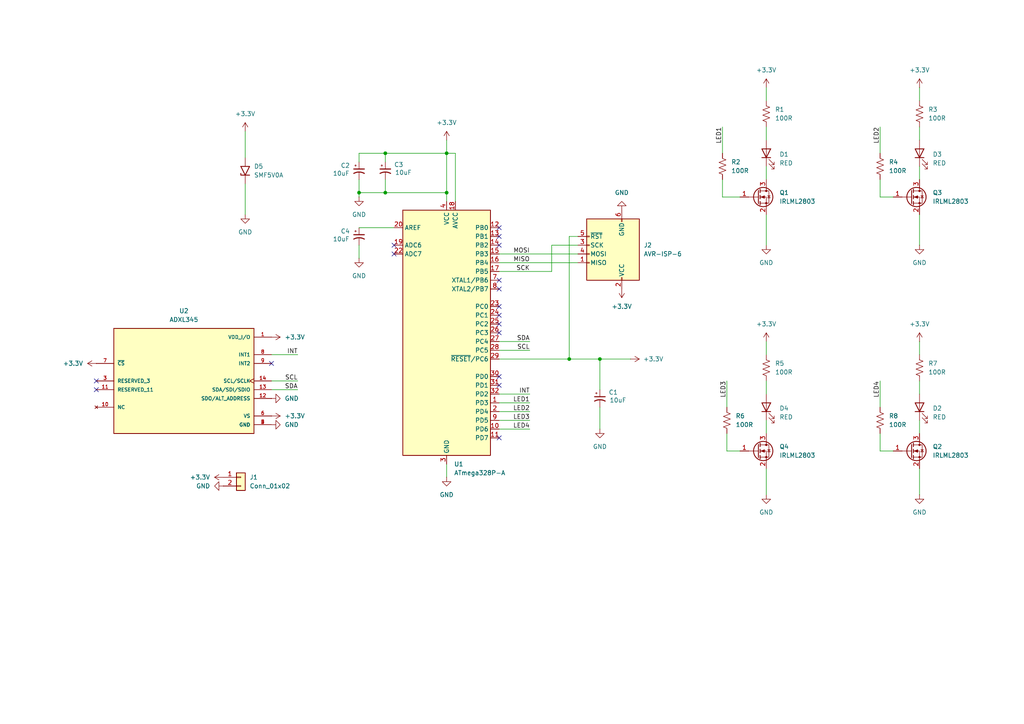
<source format=kicad_sch>
(kicad_sch (version 20250114) (generator "eeschema") (generator_version "9.0")
  (paper "A4")
  (lib_symbols
    (symbol "ADXL345:ADXL345" (pin_names (offset 1.016))
      (property "Reference" "U" (at -20.32 15.748 0))
      (property "Value" "ADXL345" (at -20.32 -17.78 0))
      (symbol "ADXL345_0_0"
        (rectangle (start -20.32 -15.24) (end 20.32 15.24) (stroke (width 0.254)) (fill (type background)))
        (pin input line (at -25.4 5.08 0) (length 5.08) (name "~{CS}") (number "7"))
        (pin passive line (at -25.4 0 0) (length 5.08) (name "RESERVED_3") (number "3"))
        (pin passive line (at -25.4 -2.54 0) (length 5.08) (name "RESERVED_11") (number "11"))
        (pin no_connect line (at -25.4 -7.62 0) (length 5.08) (name "NC") (number "10"))
        (pin power_in line (at 25.4 12.7 180) (length 5.08) (name "VDD_I/O") (number "1"))
        (pin output line (at 25.4 7.62 180) (length 5.08) (name "INT1") (number "8"))
        (pin output line (at 25.4 5.08 180) (length 5.08) (name "INT2") (number "9"))
        (pin bidirectional clock (at 25.4 0 180) (length 5.08) (name "SCL/SCLK") (number "14"))
        (pin bidirectional line (at 25.4 -2.54 180) (length 5.08) (name "SDA/SDI/SDIO") (number "13"))
        (pin output line (at 25.4 -5.08 180) (length 5.08) (name "SDO/ALT_ADDRESS") (number "12"))
        (pin power_in line (at 25.4 -10.16 180) (length 5.08) (name "VS") (number "6"))
        (pin power_in line (at 25.4 -12.7 180) (length 5.08) (name "GND") (number "2"))
        (pin power_in line (at 25.4 -12.7 180) (length 5.08) (name "GND") (number "4"))
        (pin power_in line (at 25.4 -12.7 180) (length 5.08) (name "GND") (number "5"))
      )
    )
    (symbol "Connector:AVR-ISP-6" (pin_names (offset 1.016))
      (property "Reference" "J" (at -6.35 11.43 0))
      (property "Value" "AVR-ISP-6" (at 0 11.43 0))
      (symbol "AVR-ISP-6_0_1"
        (rectangle (start -2.667 10.16) (end -2.413 9.398))
        (rectangle (start -2.667 -6.858) (end -2.413 -7.62))
        (rectangle (start 7.62 10.16) (end -7.62 -7.62) (stroke (width 0.254)) (fill (type background)))
        (rectangle (start 7.62 5.207) (end 6.858 4.953))
        (rectangle (start 7.62 2.667) (end 6.858 2.413))
        (rectangle (start 7.62 0.127) (end 6.858 -0.127))
        (rectangle (start 7.62 -2.413) (end 6.858 -2.667))
      )
      (symbol "AVR-ISP-6_1_1"
        (pin passive line (at -2.54 12.7 270) (length 2.54) (name "VCC") (number "2"))
        (pin passive line (at -2.54 -10.16 90) (length 2.54) (name "GND") (number "6"))
        (pin passive line (at 10.16 5.08 180) (length 2.54) (name "MISO") (number "1"))
        (pin passive line (at 10.16 2.54 180) (length 2.54) (name "MOSI") (number "4"))
        (pin passive line (at 10.16 0 180) (length 2.54) (name "SCK") (number "3"))
        (pin passive line (at 10.16 -2.54 180) (length 2.54) (name "~{RST}") (number "5"))
      )
    )
    (symbol "Connector_Generic:Conn_01x02" (pin_names (offset 1.016) (hide yes))
      (property "Reference" "J" (at 0 2.54 0))
      (property "Value" "Conn_01x02" (at 0 -5.08 0))
      (symbol "Conn_01x02_1_1"
        (rectangle (start -1.27 1.27) (end 1.27 -3.81) (stroke (width 0.254)) (fill (type background)))
        (rectangle (start -1.27 0.127) (end 0 -0.127) (stroke (width 0.1524)))
        (rectangle (start -1.27 -2.413) (end 0 -2.667) (stroke (width 0.1524)))
        (pin passive line (at -5.08 0 0) (length 3.81) (name "Pin_1") (number "1"))
        (pin passive line (at -5.08 -2.54 0) (length 3.81) (name "Pin_2") (number "2"))
      )
    )
    (symbol "Device:C_Polarized_Small_US" (pin_numbers (hide yes)) (pin_names (offset 0.254) (hide yes))
      (property "Reference" "C" (at 0.254 1.778 0))
      (property "Value" "C_Polarized_Small_US" (at 0.254 -2.032 0))
      (symbol "C_Polarized_Small_US_0_1"
        (polyline (pts (xy -1.524 0.508) (xy 1.524 0.508)) (stroke (width 0.3048)))
        (polyline (pts (xy -1.27 1.524) (xy -0.762 1.524)))
        (polyline (pts (xy -1.016 1.27) (xy -1.016 1.778)))
        (arc (start -1.524 -0.762) (mid 0 -0.3734) (end 1.524 -0.762) (stroke (width 0.3048)))
      )
      (symbol "C_Polarized_Small_US_1_1"
        (pin passive line (at 0 2.54 270) (length 2.032) (name "~") (number "1"))
        (pin passive line (at 0 -2.54 90) (length 2.032) (name "~") (number "2"))
      )
    )
    (symbol "Device:LED" (pin_numbers (hide yes)) (pin_names (offset 1.016) (hide yes))
      (property "Reference" "D" (at 0 2.54 0))
      (property "Value" "LED" (at 0 -2.54 0))
      (symbol "LED_0_1"
        (polyline (pts (xy -3.048 -0.762) (xy -4.572 -2.286) (xy -3.81 -2.286) (xy -4.572 -2.286) (xy -4.572 -1.524)))
        (polyline (pts (xy -1.778 -0.762) (xy -3.302 -2.286) (xy -2.54 -2.286) (xy -3.302 -2.286) (xy -3.302 -1.524)))
        (polyline (pts (xy -1.27 0) (xy 1.27 0)))
        (polyline (pts (xy -1.27 -1.27) (xy -1.27 1.27)) (stroke (width 0.254)))
        (polyline (pts (xy 1.27 -1.27) (xy 1.27 1.27) (xy -1.27 0) (xy 1.27 -1.27)) (stroke (width 0.254)))
      )
      (symbol "LED_1_1"
        (pin passive line (at -3.81 0 0) (length 2.54) (name "K") (number "1"))
        (pin passive line (at 3.81 0 180) (length 2.54) (name "A") (number "2"))
      )
    )
    (symbol "Device:R_US" (pin_numbers (hide yes)) (pin_names (offset 0))
      (property "Reference" "R" (at 2.54 0 90))
      (property "Value" "R_US" (at -2.54 0 90))
      (symbol "R_US_0_1"
        (polyline (pts (xy 0 2.286) (xy 0 2.54)))
        (polyline (pts (xy 0 2.286) (xy 1.016 1.905) (xy 0 1.524) (xy -1.016 1.143) (xy 0 0.762)))
        (polyline (pts (xy 0 0.762) (xy 1.016 0.381) (xy 0 0) (xy -1.016 -0.381) (xy 0 -0.762)))
        (polyline (pts (xy 0 -0.762) (xy 1.016 -1.143) (xy 0 -1.524) (xy -1.016 -1.905) (xy 0 -2.286)))
        (polyline (pts (xy 0 -2.286) (xy 0 -2.54)))
      )
      (symbol "R_US_1_1"
        (pin passive line (at 0 3.81 270) (length 1.27) (name "~") (number "1"))
        (pin passive line (at 0 -3.81 90) (length 1.27) (name "~") (number "2"))
      )
    )
    (symbol "Diode:SMF5V0A" (pin_numbers (hide yes)) (pin_names (offset 1.016) (hide yes))
      (property "Reference" "D" (at 0 2.54 0))
      (property "Value" "SMF5V0A" (at 0 -2.54 0))
      (symbol "SMF5V0A_0_1"
        (polyline (pts (xy -0.762 1.27) (xy -1.27 1.27) (xy -1.27 -1.27)) (stroke (width 0.254)))
        (polyline (pts (xy 1.27 1.27) (xy 1.27 -1.27) (xy -1.27 0) (xy 1.27 1.27)) (stroke (width 0.254)))
      )
      (symbol "SMF5V0A_1_1"
        (pin passive line (at -3.81 0 0) (length 2.54) (name "A1") (number "1"))
        (pin passive line (at 3.81 0 180) (length 2.54) (name "A2") (number "2"))
      )
    )
    (symbol "MCU_Microchip_ATmega:ATmega328P-A"
      (property "Reference" "U" (at -12.7 36.83 0))
      (property "Value" "ATmega328P-A" (at 2.54 -36.83 0))
      (symbol "ATmega328P-A_0_1"
        (rectangle (start -12.7 -35.56) (end 12.7 35.56) (stroke (width 0.254)) (fill (type background)))
      )
      (symbol "ATmega328P-A_1_1"
        (pin passive line (at -15.24 30.48 0) (length 2.54) (name "AREF") (number "20"))
        (pin input line (at -15.24 25.4 0) (length 2.54) (name "ADC6") (number "19"))
        (pin input line (at -15.24 22.86 0) (length 2.54) (name "ADC7") (number "22"))
        (pin power_in line (at 0 38.1 270) (length 2.54) (name "VCC") (number "4"))
        (pin passive line (at 0 38.1 270) (length 2.54) (hide yes) (name "VCC") (number "6"))
        (pin passive line (at 0 -38.1 90) (length 2.54) (hide yes) (name "GND") (number "21"))
        (pin power_in line (at 0 -38.1 90) (length 2.54) (name "GND") (number "3"))
        (pin passive line (at 0 -38.1 90) (length 2.54) (hide yes) (name "GND") (number "5"))
        (pin power_in line (at 2.54 38.1 270) (length 2.54) (name "AVCC") (number "18"))
        (pin bidirectional line (at 15.24 30.48 180) (length 2.54) (name "PB0") (number "12"))
        (pin bidirectional line (at 15.24 27.94 180) (length 2.54) (name "PB1") (number "13"))
        (pin bidirectional line (at 15.24 25.4 180) (length 2.54) (name "PB2") (number "14"))
        (pin bidirectional line (at 15.24 22.86 180) (length 2.54) (name "PB3") (number "15"))
        (pin bidirectional line (at 15.24 20.32 180) (length 2.54) (name "PB4") (number "16"))
        (pin bidirectional line (at 15.24 17.78 180) (length 2.54) (name "PB5") (number "17"))
        (pin bidirectional line (at 15.24 15.24 180) (length 2.54) (name "XTAL1/PB6") (number "7"))
        (pin bidirectional line (at 15.24 12.7 180) (length 2.54) (name "XTAL2/PB7") (number "8"))
        (pin bidirectional line (at 15.24 7.62 180) (length 2.54) (name "PC0") (number "23"))
        (pin bidirectional line (at 15.24 5.08 180) (length 2.54) (name "PC1") (number "24"))
        (pin bidirectional line (at 15.24 2.54 180) (length 2.54) (name "PC2") (number "25"))
        (pin bidirectional line (at 15.24 0 180) (length 2.54) (name "PC3") (number "26"))
        (pin bidirectional line (at 15.24 -2.54 180) (length 2.54) (name "PC4") (number "27"))
        (pin bidirectional line (at 15.24 -5.08 180) (length 2.54) (name "PC5") (number "28"))
        (pin bidirectional line (at 15.24 -7.62 180) (length 2.54) (name "~{RESET}/PC6") (number "29"))
        (pin bidirectional line (at 15.24 -12.7 180) (length 2.54) (name "PD0") (number "30"))
        (pin bidirectional line (at 15.24 -15.24 180) (length 2.54) (name "PD1") (number "31"))
        (pin bidirectional line (at 15.24 -17.78 180) (length 2.54) (name "PD2") (number "32"))
        (pin bidirectional line (at 15.24 -20.32 180) (length 2.54) (name "PD3") (number "1"))
        (pin bidirectional line (at 15.24 -22.86 180) (length 2.54) (name "PD4") (number "2"))
        (pin bidirectional line (at 15.24 -25.4 180) (length 2.54) (name "PD5") (number "9"))
        (pin bidirectional line (at 15.24 -27.94 180) (length 2.54) (name "PD6") (number "10"))
        (pin bidirectional line (at 15.24 -30.48 180) (length 2.54) (name "PD7") (number "11"))
      )
    )
    (symbol "Transistor_FET:IRLML2060" (pin_names (offset 0) (hide yes))
      (property "Reference" "Q" (at 5.08 1.905 0))
      (property "Value" "IRLML2060" (at 5.08 0 0))
      (symbol "IRLML2060_0_1"
        (polyline (pts (xy 0.254 1.905) (xy 0.254 -1.905)) (stroke (width 0.254)))
        (polyline (pts (xy 0.254 0) (xy -2.54 0)))
        (polyline (pts (xy 0.762 2.286) (xy 0.762 1.27)) (stroke (width 0.254)))
        (polyline (pts (xy 0.762 0.508) (xy 0.762 -0.508)) (stroke (width 0.254)))
        (polyline (pts (xy 0.762 -1.27) (xy 0.762 -2.286)) (stroke (width 0.254)))
        (polyline (pts (xy 0.762 -1.778) (xy 3.302 -1.778) (xy 3.302 1.778) (xy 0.762 1.778)))
        (polyline (pts (xy 1.016 0) (xy 2.032 0.381) (xy 2.032 -0.381) (xy 1.016 0)) (fill (type outline)))
        (circle (center 1.651 0) (radius 2.794) (stroke (width 0.254)))
        (polyline (pts (xy 2.54 2.54) (xy 2.54 1.778)))
        (circle (center 2.54 1.778) (radius 0.254) (fill (type outline)))
        (circle (center 2.54 -1.778) (radius 0.254) (fill (type outline)))
        (polyline (pts (xy 2.54 -2.54) (xy 2.54 0) (xy 0.762 0)))
        (polyline (pts (xy 2.921 0.381) (xy 3.683 0.381)))
        (polyline (pts (xy 3.302 0.381) (xy 2.921 -0.254) (xy 3.683 -0.254) (xy 3.302 0.381)))
      )
      (symbol "IRLML2060_1_1"
        (pin input line (at -5.08 0 0) (length 2.54) (name "G") (number "1"))
        (pin passive line (at 2.54 5.08 270) (length 2.54) (name "D") (number "3"))
        (pin passive line (at 2.54 -5.08 90) (length 2.54) (name "S") (number "2"))
      )
    )
    (symbol "power:+3.3V" (power) (pin_numbers (hide yes)) (pin_names (offset 0) (hide yes))
      (property "Value" "+3.3V" (at 0 3.556 0))
      (symbol "+3.3V_0_1"
        (polyline (pts (xy -0.762 1.27) (xy 0 2.54)))
        (polyline (pts (xy 0 2.54) (xy 0.762 1.27)))
        (polyline (pts (xy 0 0) (xy 0 2.54)))
      )
      (symbol "+3.3V_1_1"
        (pin power_in line (at 0 0 90) (length 0) (name "~") (number "1"))
      )
    )
    (symbol "power:GND" (power) (pin_numbers (hide yes)) (pin_names (offset 0) (hide yes))
      (property "Value" "GND" (at 0 -3.81 0))
      (symbol "GND_0_1"
        (polyline (pts (xy 0 0) (xy 0 -1.27) (xy 1.27 -1.27) (xy 0 -2.54) (xy -1.27 -1.27) (xy 0 -1.27)))
      )
      (symbol "GND_1_1"
        (pin power_in line (at 0 0 270) (length 0) (name "~") (number "1"))
      )
    )
  )
  (junction (at 129.54 55.88))
  (junction (at 173.99 104.14))
  (junction (at 129.54 44.45))
  (junction (at 111.76 44.45))
  (junction (at 165.1 104.14))
  (junction (at 111.76 55.88))
  (junction (at 104.14 55.88))
  (no_connect (at 144.78 111.76))
  (no_connect (at 144.78 96.52))
  (no_connect (at 144.78 88.9))
  (no_connect (at 114.3 71.12))
  (no_connect (at 78.74 105.41))
  (no_connect (at 27.94 113.03))
  (no_connect (at 144.78 68.58))
  (no_connect (at 144.78 93.98))
  (no_connect (at 144.78 127))
  (no_connect (at 144.78 81.28))
  (no_connect (at 144.78 83.82))
  (no_connect (at 27.94 110.49))
  (no_connect (at 144.78 71.12))
  (no_connect (at 114.3 73.66))
  (no_connect (at 144.78 66.04))
  (no_connect (at 144.78 109.22))
  (no_connect (at 144.78 91.44))
  (wire (pts (xy 160.02 71.12) (xy 167.64 71.12)))
  (wire (pts (xy 222.25 99.06) (xy 222.25 102.87)))
  (wire (pts (xy 111.76 44.45) (xy 111.76 46.99)))
  (wire (pts (xy 266.7 62.23) (xy 266.7 71.12)))
  (wire (pts (xy 111.76 44.45) (xy 129.54 44.45)))
  (wire (pts (xy 144.78 116.84) (xy 153.67 116.84)))
  (wire (pts (xy 222.25 110.49) (xy 222.25 114.3)))
  (wire (pts (xy 222.25 62.23) (xy 222.25 71.12)))
  (wire (pts (xy 144.78 114.3) (xy 153.67 114.3)))
  (wire (pts (xy 210.82 110.49) (xy 210.82 118.11)))
  (wire (pts (xy 104.14 71.12) (xy 104.14 74.93)))
  (wire (pts (xy 222.25 36.83) (xy 222.25 40.64)))
  (wire (pts (xy 71.12 38.1) (xy 71.12 45.72)))
  (wire (pts (xy 78.74 102.87) (xy 86.36 102.87)))
  (wire (pts (xy 266.7 135.89) (xy 266.7 143.51)))
  (wire (pts (xy 209.55 36.83) (xy 209.55 44.45)))
  (wire (pts (xy 222.25 121.92) (xy 222.25 125.73)))
  (wire (pts (xy 209.55 57.15) (xy 214.63 57.15)))
  (wire (pts (xy 210.82 130.81) (xy 214.63 130.81)))
  (wire (pts (xy 144.78 119.38) (xy 153.67 119.38)))
  (wire (pts (xy 144.78 101.6) (xy 153.67 101.6)))
  (wire (pts (xy 255.27 110.49) (xy 255.27 118.11)))
  (wire (pts (xy 209.55 52.07) (xy 209.55 57.15)))
  (wire (pts (xy 173.99 104.14) (xy 182.88 104.14)))
  (wire (pts (xy 78.74 113.03) (xy 86.36 113.03)))
  (wire (pts (xy 104.14 55.88) (xy 111.76 55.88)))
  (wire (pts (xy 266.7 36.83) (xy 266.7 40.64)))
  (wire (pts (xy 104.14 66.04) (xy 114.3 66.04)))
  (wire (pts (xy 111.76 52.07) (xy 111.76 55.88)))
  (wire (pts (xy 132.08 44.45) (xy 132.08 58.42)))
  (wire (pts (xy 129.54 134.62) (xy 129.54 138.43)))
  (wire (pts (xy 255.27 130.81) (xy 259.08 130.81)))
  (wire (pts (xy 167.64 68.58) (xy 165.1 68.58)))
  (wire (pts (xy 255.27 125.73) (xy 255.27 130.81)))
  (wire (pts (xy 71.12 53.34) (xy 71.12 62.23)))
  (wire (pts (xy 173.99 104.14) (xy 173.99 113.03)))
  (wire (pts (xy 129.54 44.45) (xy 129.54 55.88)))
  (wire (pts (xy 144.78 73.66) (xy 167.64 73.66)))
  (wire (pts (xy 129.54 55.88) (xy 129.54 58.42)))
  (wire (pts (xy 222.25 48.26) (xy 222.25 52.07)))
  (wire (pts (xy 129.54 40.64) (xy 129.54 44.45)))
  (wire (pts (xy 210.82 125.73) (xy 210.82 130.81)))
  (wire (pts (xy 78.74 110.49) (xy 86.36 110.49)))
  (wire (pts (xy 160.02 71.12) (xy 160.02 78.74)))
  (wire (pts (xy 266.7 121.92) (xy 266.7 125.73)))
  (wire (pts (xy 104.14 57.15) (xy 104.14 55.88)))
  (wire (pts (xy 266.7 48.26) (xy 266.7 52.07)))
  (wire (pts (xy 165.1 68.58) (xy 165.1 104.14)))
  (wire (pts (xy 144.78 121.92) (xy 153.67 121.92)))
  (wire (pts (xy 222.25 135.89) (xy 222.25 143.51)))
  (wire (pts (xy 266.7 110.49) (xy 266.7 114.3)))
  (wire (pts (xy 266.7 99.06) (xy 266.7 102.87)))
  (wire (pts (xy 104.14 44.45) (xy 104.14 46.99)))
  (wire (pts (xy 144.78 76.2) (xy 167.64 76.2)))
  (wire (pts (xy 222.25 25.4) (xy 222.25 29.21)))
  (wire (pts (xy 144.78 78.74) (xy 160.02 78.74)))
  (wire (pts (xy 129.54 44.45) (xy 132.08 44.45)))
  (wire (pts (xy 255.27 57.15) (xy 259.08 57.15)))
  (wire (pts (xy 255.27 57.15) (xy 255.27 52.07)))
  (wire (pts (xy 173.99 118.11) (xy 173.99 124.46)))
  (wire (pts (xy 111.76 44.45) (xy 104.14 44.45)))
  (wire (pts (xy 111.76 55.88) (xy 129.54 55.88)))
  (wire (pts (xy 144.78 99.06) (xy 153.67 99.06)))
  (wire (pts (xy 104.14 52.07) (xy 104.14 55.88)))
  (wire (pts (xy 266.7 25.4) (xy 266.7 29.21)))
  (wire (pts (xy 165.1 104.14) (xy 173.99 104.14)))
  (wire (pts (xy 144.78 104.14) (xy 165.1 104.14)))
  (wire (pts (xy 144.78 124.46) (xy 153.67 124.46)))
  (wire (pts (xy 255.27 36.83) (xy 255.27 44.45)))
  (label "LED3" (at 153.67 121.92 180))
  (label "LED3" (at 210.82 110.49 270))
  (label "SDA" (at 153.67 99.06 180))
  (label "LED2" (at 153.67 119.38 180))
  (label "MOSI" (at 153.67 73.66 180))
  (label "SCL" (at 153.67 101.6 180))
  (label "SDA" (at 86.36 113.03 180))
  (label "INT" (at 153.67 114.3 180))
  (label "LED1" (at 209.55 36.83 270))
  (label "LED4" (at 153.67 124.46 180))
  (label "SCL" (at 86.36 110.49 180))
  (label "MISO" (at 153.67 76.2 180))
  (label "LED1" (at 153.67 116.84 180))
  (label "LED4" (at 255.27 110.49 270))
  (label "INT" (at 86.36 102.87 180))
  (label "LED2" (at 255.27 36.83 270))
  (label "SCK" (at 153.67 78.74 180))
  (symbol (lib_id "power:+3.3V") (at 64.77 138.43 90) (unit 1)
    (property "Reference" "#PWR01" (effects (hide yes)))
    (property "Value" "+3.3V" (at 60.96 138.4299 90) (effects (justify left)))
    (property "Description" "Power symbol creates a global label with name \"+3.3V\"" (effects (hide yes)))
  )
  (symbol (lib_id "power:GND") (at 266.7 143.51 0) (unit 1)
    (property "Reference" "#PWR018" (effects (hide yes)))
    (property "Value" "GND" (at 266.7 148.59 0))
    (property "Description" "Power symbol creates a global label with name \"GND\" , ground" (effects (hide yes)))
  )
  (symbol (lib_id "power:GND") (at 180.34 60.96 180) (unit 1)
    (property "Reference" "#PWR015" (effects (hide yes)))
    (property "Value" "GND" (at 180.34 55.88 0))
    (property "Description" "Power symbol creates a global label with name \"GND\" , ground" (effects (hide yes)))
  )
  (symbol (lib_id "power:+3.3V") (at 222.25 25.4 0) (unit 1)
    (property "Reference" "#PWR06" (effects (hide yes)))
    (property "Value" "+3.3V" (at 222.25 20.32 0))
    (property "Description" "Power symbol creates a global label with name \"+3.3V\"" (effects (hide yes)))
  )
  (symbol (lib_id "power:GND") (at 71.12 62.23 0) (unit 1)
    (property "Reference" "#PWR024" (effects (hide yes)))
    (property "Value" "GND" (at 71.12 67.31 0))
    (property "Description" "Power symbol creates a global label with name \"GND\" , ground" (effects (hide yes)))
  )
  (symbol (lib_id "Device:R_US") (at 210.82 121.92 0) (unit 1)
    (property "Reference" "R6" (at 213.36 120.6499 0) (effects (justify left)))
    (property "Value" "100R" (at 213.36 123.1899 0) (effects (justify left)))
    (property "Description" "Resistor, US symbol" (effects (hide yes)))
  )
  (symbol (lib_id "power:GND") (at 129.54 138.43 0) (unit 1)
    (property "Reference" "#PWR02" (effects (hide yes)))
    (property "Value" "GND" (at 129.54 143.51 0))
    (property "Description" "Power symbol creates a global label with name \"GND\" , ground" (effects (hide yes)))
  )
  (symbol (lib_id "ADXL345:ADXL345") (at 53.34 110.49 0) (unit 1)
    (property "Reference" "U2" (at 53.34 90.17 0))
    (property "Value" "ADXL345" (at 53.34 92.71 0))
    (property "Footprint" "Package_CSP:Analog_LFCSP-8-1EP_3x3mm_P0.5mm_EP1.53x1.85mm" (effects (hide yes)))
    (property "MF" "Analog Devices, Inc." (effects (hide yes)))
    (property "SNAPEDA_PACKAGE_ID" "105924" (effects (hide yes)))
    (property "MAXIMUM_PACKAGE_HEIGHT" "1 mm" (effects (hide yes)))
    (property "Price" "None" (effects (hide yes)))
    (property "Package" "LGA -14 Analog Devices" (effects (hide yes)))
    (property "Check_prices" "https://www.snapeda.com/parts/ADXL345/Analog+Devices/view-part/?ref=eda" (effects (hide yes)))
    (property "STANDARD" "IPC 7351B" (effects (hide yes)))
    (property "PARTREV" "B" (effects (hide yes)))
    (property "SnapEDA_Link" "https://www.snapeda.com/parts/ADXL345/Analog+Devices/view-part/?ref=snap" (effects (hide yes)))
    (property "MP" "ADXL345" (effects (hide yes)))
    (property "Description_1" "Accelerometer X, Y, Z Axis ±2g, 4g, 8g, 16g 0.05Hz ~ 1.6kHz 14-LGA (3x5)" (effects (hide yes)))
    (property "MANUFACTURER" "Analog Devices" (effects (hide yes)))
    (property "Availability" "In Stock" (effects (hide yes)))
    (property "SNAPEDA_PN" "ADXL345" (effects (hide yes)))
  )
  (symbol (lib_id "Transistor_FET:IRLML2060") (at 264.16 130.81 0) (unit 1)
    (property "Reference" "Q2" (at 270.51 129.5399 0) (effects (justify left)))
    (property "Value" "IRLML2803" (at 270.51 132.0799 0) (effects (justify left)))
    (property "Footprint" "Package_TO_SOT_SMD:SOT-23" (effects (hide yes)))
    (property "Datasheet" "https://www.infineon.com/dgdl/irlml2060pbf.pdf?fileId=5546d462533600a401535664b7fb25ee" (effects (hide yes)))
    (property "Description" "1.2A Id, 60V Vds, 480mOhm Rds, N-Channel HEXFET Power MOSFET, SOT-23" (effects (hide yes)))
  )
  (symbol (lib_id "Device:C_Polarized_Small_US") (at 104.14 68.58 0) (unit 1)
    (property "Reference" "C4" (at 98.806 67.056 0) (effects (justify left)))
    (property "Value" "10uF" (at 96.52 69.342 0) (effects (justify left)))
    (property "Description" "Polarized capacitor, small US symbol" (effects (hide yes)))
  )
  (symbol (lib_id "Connector_Generic:Conn_01x02") (at 69.85 138.43 0) (unit 1)
    (property "Reference" "J1" (at 72.39 138.4299 0) (effects (justify left)))
    (property "Value" "Conn_01x02" (at 72.39 140.9699 0) (effects (justify left)))
    (property "Description" "Generic connector, single row, 01x02, script generated (kicad-library-utils/schlib/autogen/connector/)" (effects (hide yes)))
  )
  (symbol (lib_id "Device:R_US") (at 255.27 48.26 0) (unit 1)
    (property "Reference" "R4" (at 257.81 46.9899 0) (effects (justify left)))
    (property "Value" "100R" (at 257.81 49.5299 0) (effects (justify left)))
    (property "Description" "Resistor, US symbol" (effects (hide yes)))
  )
  (symbol (lib_id "Connector:AVR-ISP-6") (at 177.8 71.12 180) (unit 1)
    (property "Reference" "J2" (at 186.69 71.1199 0) (effects (justify right)))
    (property "Value" "AVR-ISP-6" (at 186.69 73.6599 0) (effects (justify right)))
    (property "Description" "Atmel 6-pin ISP connector" (effects (hide yes)))
  )
  (symbol (lib_id "power:GND") (at 104.14 57.15 0) (unit 1)
    (property "Reference" "#PWR010" (effects (hide yes)))
    (property "Value" "GND" (at 104.14 62.23 0))
    (property "Description" "Power symbol creates a global label with name \"GND\" , ground" (effects (hide yes)))
  )
  (symbol (lib_id "Device:LED") (at 222.25 44.45 90) (unit 1)
    (property "Reference" "D1" (at 226.06 44.7674 90) (effects (justify right)))
    (property "Value" "RED" (at 226.06 47.3074 90) (effects (justify right)))
    (property "Description" "Light emitting diode" (effects (hide yes)))
    (property "Sim.Pins" "1=K 2=A" (effects (hide yes)))
  )
  (symbol (lib_id "power:+3.3V") (at 27.94 105.41 90) (unit 1)
    (property "Reference" "#PWR08" (effects (hide yes)))
    (property "Value" "+3.3V" (at 24.13 105.4099 90) (effects (justify left)))
    (property "Description" "Power symbol creates a global label with name \"+3.3V\"" (effects (hide yes)))
  )
  (symbol (lib_id "power:GND") (at 173.99 124.46 0) (unit 1)
    (property "Reference" "#PWR022" (effects (hide yes)))
    (property "Value" "GND" (at 173.99 129.54 0))
    (property "Description" "Power symbol creates a global label with name \"GND\" , ground" (effects (hide yes)))
  )
  (symbol (lib_id "Device:R_US") (at 222.25 33.02 0) (unit 1)
    (property "Reference" "R1" (at 224.79 31.7499 0) (effects (justify left)))
    (property "Value" "100R" (at 224.79 34.2899 0) (effects (justify left)))
    (property "Description" "Resistor, US symbol" (effects (hide yes)))
  )
  (symbol (lib_id "power:+3.3V") (at 222.25 99.06 0) (unit 1)
    (property "Reference" "#PWR020" (effects (hide yes)))
    (property "Value" "+3.3V" (at 222.25 93.98 0))
    (property "Description" "Power symbol creates a global label with name \"+3.3V\"" (effects (hide yes)))
  )
  (symbol (lib_id "power:GND") (at 266.7 71.12 0) (unit 1)
    (property "Reference" "#PWR019" (effects (hide yes)))
    (property "Value" "GND" (at 266.7 76.2 0))
    (property "Description" "Power symbol creates a global label with name \"GND\" , ground" (effects (hide yes)))
  )
  (symbol (lib_id "power:+3.3V") (at 266.7 99.06 0) (unit 1)
    (property "Reference" "#PWR07" (effects (hide yes)))
    (property "Value" "+3.3V" (at 266.7 93.98 0))
    (property "Description" "Power symbol creates a global label with name \"+3.3V\"" (effects (hide yes)))
  )
  (symbol (lib_id "Device:R_US") (at 266.7 106.68 0) (unit 1)
    (property "Reference" "R7" (at 269.24 105.4099 0) (effects (justify left)))
    (property "Value" "100R" (at 269.24 107.9499 0) (effects (justify left)))
    (property "Description" "Resistor, US symbol" (effects (hide yes)))
  )
  (symbol (lib_id "power:GND") (at 78.74 115.57 90) (unit 1)
    (property "Reference" "#PWR012" (effects (hide yes)))
    (property "Value" "GND" (at 82.55 115.5699 90) (effects (justify right)))
    (property "Description" "Power symbol creates a global label with name \"GND\" , ground" (effects (hide yes)))
  )
  (symbol (lib_id "Device:LED") (at 266.7 118.11 90) (unit 1)
    (property "Reference" "D2" (at 270.51 118.4274 90) (effects (justify right)))
    (property "Value" "RED" (at 270.51 120.9674 90) (effects (justify right)))
    (property "Description" "Light emitting diode" (effects (hide yes)))
    (property "Sim.Pins" "1=K 2=A" (effects (hide yes)))
  )
  (symbol (lib_id "Diode:SMF5V0A") (at 71.12 49.53 90) (unit 1)
    (property "Reference" "D5" (at 73.66 48.2599 90) (effects (justify right)))
    (property "Value" "SMF5V0A" (at 73.66 50.7999 90) (effects (justify right)))
    (property "Footprint" "Diode_SMD:D_SMF" (effects (hide yes)))
    (property "Datasheet" "https://www.vishay.com/doc?85881" (effects (hide yes)))
    (property "Description" "200W unidirectional Transil Transient Voltage Suppressor, 5Vrwm, SMF" (effects (hide yes)))
  )
  (symbol (lib_id "power:GND") (at 222.25 143.51 0) (unit 1)
    (property "Reference" "#PWR021" (effects (hide yes)))
    (property "Value" "GND" (at 222.25 148.59 0))
    (property "Description" "Power symbol creates a global label with name \"GND\" , ground" (effects (hide yes)))
  )
  (symbol (lib_id "Device:C_Polarized_Small_US") (at 111.76 49.53 0) (unit 1)
    (property "Reference" "C3" (at 114.3 47.752 0) (effects (justify left)))
    (property "Value" "10uF" (at 114.554 50.038 0) (effects (justify left)))
    (property "Description" "Polarized capacitor, small US symbol" (effects (hide yes)))
  )
  (symbol (lib_id "Device:R_US") (at 222.25 106.68 0) (unit 1)
    (property "Reference" "R5" (at 224.79 105.4099 0) (effects (justify left)))
    (property "Value" "100R" (at 224.79 107.9499 0) (effects (justify left)))
    (property "Description" "Resistor, US symbol" (effects (hide yes)))
  )
  (symbol (lib_id "Device:LED") (at 266.7 44.45 90) (unit 1)
    (property "Reference" "D3" (at 270.51 44.7674 90) (effects (justify right)))
    (property "Value" "RED" (at 270.51 47.3074 90) (effects (justify right)))
    (property "Description" "Light emitting diode" (effects (hide yes)))
    (property "Sim.Pins" "1=K 2=A" (effects (hide yes)))
  )
  (symbol (lib_id "power:+3.3V") (at 71.12 38.1 0) (unit 1)
    (property "Reference" "#PWR025" (effects (hide yes)))
    (property "Value" "+3.3V" (at 71.12 33.02 0))
    (property "Description" "Power symbol creates a global label with name \"+3.3V\"" (effects (hide yes)))
  )
  (symbol (lib_id "Device:LED") (at 222.25 118.11 90) (unit 1)
    (property "Reference" "D4" (at 226.06 118.4274 90) (effects (justify right)))
    (property "Value" "RED" (at 226.06 120.9674 90) (effects (justify right)))
    (property "Description" "Light emitting diode" (effects (hide yes)))
    (property "Sim.Pins" "1=K 2=A" (effects (hide yes)))
  )
  (symbol (lib_id "Device:R_US") (at 209.55 48.26 0) (unit 1)
    (property "Reference" "R2" (at 212.09 46.9899 0) (effects (justify left)))
    (property "Value" "100R" (at 212.09 49.5299 0) (effects (justify left)))
    (property "Description" "Resistor, US symbol" (effects (hide yes)))
  )
  (symbol (lib_id "power:GND") (at 222.25 71.12 0) (unit 1)
    (property "Reference" "#PWR04" (effects (hide yes)))
    (property "Value" "GND" (at 222.25 76.2 0))
    (property "Description" "Power symbol creates a global label with name \"GND\" , ground" (effects (hide yes)))
  )
  (symbol (lib_id "power:+3.3V") (at 180.34 83.82 180) (unit 1)
    (property "Reference" "#PWR013" (effects (hide yes)))
    (property "Value" "+3.3V" (at 180.34 88.9 0))
    (property "Description" "Power symbol creates a global label with name \"+3.3V\"" (effects (hide yes)))
  )
  (symbol (lib_id "power:+3.3V") (at 78.74 97.79 270) (unit 1)
    (property "Reference" "#PWR014" (effects (hide yes)))
    (property "Value" "+3.3V" (at 82.55 97.7899 90) (effects (justify left)))
    (property "Description" "Power symbol creates a global label with name \"+3.3V\"" (effects (hide yes)))
  )
  (symbol (lib_id "power:GND") (at 64.77 140.97 270) (unit 1)
    (property "Reference" "#PWR011" (effects (hide yes)))
    (property "Value" "GND" (at 60.96 140.9699 90) (effects (justify right)))
    (property "Description" "Power symbol creates a global label with name \"GND\" , ground" (effects (hide yes)))
  )
  (symbol (lib_id "power:+3.3V") (at 266.7 25.4 0) (unit 1)
    (property "Reference" "#PWR03" (effects (hide yes)))
    (property "Value" "+3.3V" (at 266.7 20.32 0))
    (property "Description" "Power symbol creates a global label with name \"+3.3V\"" (effects (hide yes)))
  )
  (symbol (lib_id "power:+3.3V") (at 129.54 40.64 0) (unit 1)
    (property "Reference" "#PWR016" (effects (hide yes)))
    (property "Value" "+3.3V" (at 129.54 35.56 0))
    (property "Description" "Power symbol creates a global label with name \"+3.3V\"" (effects (hide yes)))
  )
  (symbol (lib_id "power:+3.3V") (at 182.88 104.14 270) (unit 1)
    (property "Reference" "#PWR05" (effects (hide yes)))
    (property "Value" "+3.3V" (at 189.484 104.14 90))
    (property "Description" "Power symbol creates a global label with name \"+3.3V\"" (effects (hide yes)))
  )
  (symbol (lib_id "Device:C_Polarized_Small_US") (at 173.99 115.57 0) (unit 1)
    (property "Reference" "C1" (at 176.53 113.792 0) (effects (justify left)))
    (property "Value" "10uF" (at 176.784 116.078 0) (effects (justify left)))
    (property "Description" "Polarized capacitor, small US symbol" (effects (hide yes)))
  )
  (symbol (lib_id "Transistor_FET:IRLML2060") (at 219.71 57.15 0) (unit 1)
    (property "Reference" "Q1" (at 226.06 55.8799 0) (effects (justify left)))
    (property "Value" "IRLML2803" (at 226.06 58.4199 0) (effects (justify left)))
    (property "Footprint" "Package_TO_SOT_SMD:SOT-23" (effects (hide yes)))
    (property "Datasheet" "https://www.infineon.com/dgdl/irlml2060pbf.pdf?fileId=5546d462533600a401535664b7fb25ee" (effects (hide yes)))
    (property "Description" "1.2A Id, 60V Vds, 480mOhm Rds, N-Channel HEXFET Power MOSFET, SOT-23" (effects (hide yes)))
  )
  (symbol (lib_id "Device:R_US") (at 255.27 121.92 0) (unit 1)
    (property "Reference" "R8" (at 257.81 120.6499 0) (effects (justify left)))
    (property "Value" "100R" (at 257.81 123.1899 0) (effects (justify left)))
    (property "Description" "Resistor, US symbol" (effects (hide yes)))
  )
  (symbol (lib_id "Device:R_US") (at 266.7 33.02 0) (unit 1)
    (property "Reference" "R3" (at 269.24 31.7499 0) (effects (justify left)))
    (property "Value" "100R" (at 269.24 34.2899 0) (effects (justify left)))
    (property "Description" "Resistor, US symbol" (effects (hide yes)))
  )
  (symbol (lib_id "Transistor_FET:IRLML2060") (at 264.16 57.15 0) (unit 1)
    (property "Reference" "Q3" (at 270.51 55.8799 0) (effects (justify left)))
    (property "Value" "IRLML2803" (at 270.51 58.4199 0) (effects (justify left)))
    (property "Footprint" "Package_TO_SOT_SMD:SOT-23" (effects (hide yes)))
    (property "Datasheet" "https://www.infineon.com/dgdl/irlml2060pbf.pdf?fileId=5546d462533600a401535664b7fb25ee" (effects (hide yes)))
    (property "Description" "1.2A Id, 60V Vds, 480mOhm Rds, N-Channel HEXFET Power MOSFET, SOT-23" (effects (hide yes)))
  )
  (symbol (lib_id "power:GND") (at 104.14 74.93 0) (unit 1)
    (property "Reference" "#PWR017" (effects (hide yes)))
    (property "Value" "GND" (at 104.14 80.01 0))
    (property "Description" "Power symbol creates a global label with name \"GND\" , ground" (effects (hide yes)))
  )
  (symbol (lib_id "power:GND") (at 78.74 123.19 90) (unit 1)
    (property "Reference" "#PWR09" (effects (hide yes)))
    (property "Value" "GND" (at 82.55 123.1899 90) (effects (justify right)))
    (property "Description" "Power symbol creates a global label with name \"GND\" , ground" (effects (hide yes)))
  )
  (symbol (lib_id "power:+3.3V") (at 78.74 120.65 270) (unit 1)
    (property "Reference" "#PWR023" (effects (hide yes)))
    (property "Value" "+3.3V" (at 82.55 120.6499 90) (effects (justify left)))
    (property "Description" "Power symbol creates a global label with name \"+3.3V\"" (effects (hide yes)))
  )
  (symbol (lib_id "MCU_Microchip_ATmega:ATmega328P-A") (at 129.54 96.52 0) (unit 1)
    (property "Reference" "U1" (at 131.6833 134.62 0) (effects (justify left)))
    (property "Value" "ATmega328P-A" (at 131.6833 137.16 0) (effects (justify left)))
    (property "Footprint" "Package_QFP:TQFP-32_7x7mm_P0.8mm" (effects (hide yes)))
    (property "Datasheet" "http://ww1.microchip.com/downloads/en/DeviceDoc/ATmega328_P%20AVR%20MCU%20with%20picoPower%20Technology%20Data%20Sheet%2040001984A.pdf" (effects (hide yes)))
    (property "Description" "20MHz, 32kB Flash, 2kB SRAM, 1kB EEPROM, TQFP-32" (effects (hide yes)))
  )
  (symbol (lib_id "Transistor_FET:IRLML2060") (at 219.71 130.81 0) (unit 1)
    (property "Reference" "Q4" (at 226.06 129.5399 0) (effects (justify left)))
    (property "Value" "IRLML2803" (at 226.06 132.0799 0) (effects (justify left)))
    (property "Footprint" "Package_TO_SOT_SMD:SOT-23" (effects (hide yes)))
    (property "Datasheet" "https://www.infineon.com/dgdl/irlml2060pbf.pdf?fileId=5546d462533600a401535664b7fb25ee" (effects (hide yes)))
    (property "Description" "1.2A Id, 60V Vds, 480mOhm Rds, N-Channel HEXFET Power MOSFET, SOT-23" (effects (hide yes)))
  )
  (symbol (lib_id "Device:C_Polarized_Small_US") (at 104.14 49.53 0) (unit 1)
    (property "Reference" "C2" (at 98.806 48.006 0) (effects (justify left)))
    (property "Value" "10uF" (at 96.52 50.292 0) (effects (justify left)))
    (property "Description" "Polarized capacitor, small US symbol" (effects (hide yes)))
  )
)
</source>
